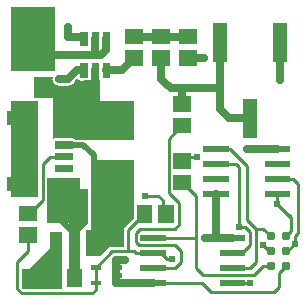
<source format=gbr>
G04 start of page 2 for group 0 idx 0 *
G04 Title: (unknown), top *
G04 Creator: pcb 4.0.2 *
G04 CreationDate: Mon Feb 22 18:20:50 2021 UTC *
G04 For: ndholmes *
G04 Format: Gerber/RS-274X *
G04 PCB-Dimensions (mil): 1800.00 1200.00 *
G04 PCB-Coordinate-Origin: lower left *
%MOIN*%
%FSLAX25Y25*%
%LNTOP*%
%ADD19C,0.0390*%
%ADD18C,0.0120*%
%ADD17C,0.0240*%
%ADD16C,0.0310*%
%ADD15C,0.0250*%
%ADD14C,0.0200*%
%ADD13C,0.0100*%
%ADD12C,0.0350*%
%ADD11C,0.0001*%
G54D11*G36*
X12000Y76500D02*X21000D01*
Y44500D01*
X12000D01*
Y76500D01*
G37*
G36*
X29000Y14000D02*X15838D01*
X15500Y14338D01*
Y20500D01*
X29000D01*
Y14000D01*
G37*
G36*
X19500Y84500D02*X25806D01*
X25771Y84353D01*
X25743Y84000D01*
X25771Y83647D01*
X25854Y83303D01*
X25989Y82975D01*
X26174Y82673D01*
X26404Y82404D01*
X26673Y82174D01*
X26975Y81989D01*
X27303Y81854D01*
X27647Y81771D01*
X28000Y81750D01*
X31000D01*
X31353Y81771D01*
X31697Y81854D01*
X32025Y81989D01*
X32327Y82174D01*
X32596Y82404D01*
X32826Y82673D01*
X33011Y82975D01*
X33107Y83208D01*
X34071Y84172D01*
X34086Y84112D01*
X34146Y83966D01*
X34228Y83832D01*
X34330Y83712D01*
X34450Y83610D01*
X34584Y83528D01*
X34730Y83468D01*
X34883Y83431D01*
X35040Y83422D01*
X37000Y83428D01*
Y77500D01*
X19500D01*
Y84500D01*
G37*
G36*
X29000Y18000D02*X25000D01*
Y33000D01*
X29000D01*
Y18000D01*
G37*
G36*
X53000Y76500D02*Y63500D01*
X36957D01*
X36883Y63546D01*
X36621Y63654D01*
X36345Y63720D01*
X36063Y63743D01*
X35992Y63737D01*
X33337D01*
X33260Y63827D01*
X33141Y63930D01*
X33006Y64012D01*
X32861Y64072D01*
X32708Y64109D01*
X32551Y64118D01*
X26292Y64109D01*
X26139Y64072D01*
X26000Y64014D01*
Y76500D01*
X53000D01*
G37*
G36*
X30113Y36000D02*X24000D01*
Y51000D01*
X35000D01*
Y41710D01*
X34890Y41716D01*
X30953Y41707D01*
X30800Y41670D01*
X30655Y41610D01*
X30520Y41528D01*
X30401Y41425D01*
X30298Y41306D01*
X30216Y41171D01*
X30156Y41026D01*
X30119Y40873D01*
X30110Y40716D01*
X30113Y36000D01*
G37*
G36*
X53000Y57000D02*Y42293D01*
X52987Y42262D01*
X52950Y42109D01*
X52941Y41952D01*
X52948Y37655D01*
X49981Y34688D01*
X49936Y34650D01*
X49783Y34470D01*
X49659Y34269D01*
X49569Y34051D01*
X49514Y33821D01*
X49514Y33821D01*
X49495Y33586D01*
X49500Y33527D01*
Y28000D01*
X45548D01*
X45479Y28004D01*
X45309Y27989D01*
X45265Y27986D01*
X45255Y27984D01*
X45244Y27983D01*
X45140Y27956D01*
X45035Y27931D01*
X45025Y27927D01*
X45015Y27924D01*
X44916Y27882D01*
X44817Y27841D01*
X44808Y27835D01*
X44798Y27831D01*
X44707Y27773D01*
X44616Y27717D01*
X44608Y27711D01*
X44599Y27705D01*
X44566Y27675D01*
X44436Y27564D01*
X44391Y27511D01*
X41948Y25000D01*
X37000D01*
Y33500D01*
X38500D01*
Y57000D01*
X38503D01*
X38680Y56891D01*
X38942Y56783D01*
X39218Y56717D01*
X39500Y56694D01*
X39782Y56717D01*
X40058Y56783D01*
X40320Y56891D01*
X40497Y57000D01*
X53000D01*
G37*
G36*
X26594Y29063D02*X26500D01*
Y19500D01*
X18000D01*
Y20500D01*
X18031D01*
X26594Y29063D01*
G37*
G36*
X37000Y78000D02*Y75000D01*
X26000D01*
Y78000D01*
X37000D01*
G37*
G36*
X24000Y84500D02*X25806D01*
X25771Y84353D01*
X25743Y84000D01*
X25771Y83647D01*
X25854Y83303D01*
X25989Y82975D01*
X26174Y82673D01*
X26404Y82404D01*
X26673Y82174D01*
X26975Y81989D01*
X27303Y81854D01*
X27647Y81771D01*
X28000Y81750D01*
X31000D01*
X31353Y81771D01*
X31697Y81854D01*
X32025Y81989D01*
X32327Y82174D01*
X32596Y82404D01*
X32826Y82673D01*
X33011Y82975D01*
X33107Y83208D01*
X34071Y84172D01*
X34086Y84112D01*
X34146Y83966D01*
X34228Y83832D01*
X34330Y83712D01*
X34450Y83610D01*
X34584Y83528D01*
X34730Y83468D01*
X34883Y83431D01*
X35040Y83422D01*
X37637Y83431D01*
X37790Y83468D01*
X37936Y83528D01*
X38070Y83610D01*
X38130Y83661D01*
X38190Y83610D01*
X38324Y83528D01*
X38470Y83468D01*
X38623Y83431D01*
X38780Y83422D01*
X41377Y83431D01*
X41500Y83460D01*
Y77500D01*
X24000D01*
Y84500D01*
G37*
G36*
X41500Y78500D02*Y75500D01*
X30500D01*
Y78500D01*
X41500D01*
G37*
G36*
X12000Y108000D02*X26500D01*
Y86500D01*
X12000D01*
Y108000D01*
G37*
G54D12*X33000Y32921D02*Y17500D01*
G54D13*X40150Y13650D02*Y21050D01*
X40200Y21100D01*
X45500Y26500D02*X40150Y21000D01*
X14000Y14000D02*X15500Y12500D01*
X14000Y23000D02*Y14000D01*
Y23000D02*X17500Y26500D01*
Y31957D01*
X22500Y55500D02*Y43500D01*
X17500Y38500D01*
X40200Y13700D02*X39000Y12500D01*
X15500D01*
X29500Y58000D02*X25000D01*
X22500Y55500D01*
G54D14*X29500Y61937D02*X36063D01*
X39500Y58500D01*
Y51500D01*
G54D15*X81500Y96098D02*Y80902D01*
Y83000D02*Y74000D01*
X101500Y83500D02*Y96098D01*
X81500Y80902D02*X65098D01*
X76400Y91000D02*X71043D01*
X71000Y90957D01*
X81500Y74000D02*X84500Y71000D01*
X91402D01*
X91500Y70902D01*
X100750Y60500D02*X90500D01*
G54D13*X80250Y55500D02*X87000D01*
X88000Y54500D01*
X85000Y60500D02*X90500Y55000D01*
X80250Y60500D02*X85000D01*
X69000Y68457D02*X64500Y63957D01*
X74000Y58000D02*X70957D01*
X64500Y63957D02*Y46000D01*
G54D15*X62000Y84000D02*X64000Y82000D01*
X65098Y80902D02*X63250Y82750D01*
X69000Y75000D02*Y80902D01*
X53000Y98043D02*X71000D01*
X62000Y90957D02*Y84000D01*
X53000Y90957D02*X48866Y86823D01*
X43740D01*
X42000Y92000D02*X43740Y93740D01*
Y97177D01*
X28000Y84000D02*X31000D01*
X36260Y86823D02*X33823D01*
X31000Y84000D01*
Y101200D02*Y98000D01*
X36260D01*
X40000Y86823D02*Y81000D01*
X24500Y92000D02*X42000D01*
X40000Y97177D02*Y92000D01*
G54D13*X88000Y54500D02*Y38000D01*
X90500Y55000D02*Y39500D01*
X100750Y50500D02*X106000D01*
X90500Y40000D02*Y37000D01*
X100750Y45500D02*Y42250D01*
X93500Y34000D02*X90500Y37000D01*
X93500Y34000D02*X96000D01*
X98500Y31500D01*
X100750Y42250D02*X102250Y40750D01*
X106000Y50500D02*X107000Y49500D01*
X107500Y49000D02*X106500Y50000D01*
X105000Y38000D02*X101750Y41250D01*
X105200Y33200D02*Y37800D01*
X104550Y38450D01*
X106500Y31500D02*X107500Y32500D01*
Y49000D01*
X103500Y31500D02*X105200Y33200D01*
X103500Y26500D02*X104000D01*
X106500Y29000D01*
Y31500D01*
X103500Y21600D02*X101100Y19200D01*
Y14600D01*
X93800Y13000D02*X99500D01*
X101100Y14600D01*
Y16400D01*
X96000Y21500D02*X98500D01*
Y26500D02*X98000D01*
X96000Y28500D01*
X73500Y21000D02*X76000Y18500D01*
X80500D01*
X78000D02*X93000D01*
X96000Y21500D01*
X85750Y21000D02*X91500D01*
X93500Y23000D01*
X75500Y16000D02*X78500Y13000D01*
X97500D01*
X91500Y16000D02*X85750D01*
X88000Y34500D02*Y39000D01*
Y34500D02*X90000D01*
X91500Y33000D01*
X93500Y23000D02*Y34000D01*
X85750Y26000D02*X89000D01*
X91500Y28500D01*
Y33000D01*
G54D15*X76500Y31000D02*X85750D01*
X80250Y45500D02*Y31250D01*
X80000Y31000D01*
G54D13*X73500Y29500D02*Y21000D01*
Y28000D02*Y45000D01*
X69000Y49457D01*
X68000Y42500D02*Y35500D01*
X59250Y21000D02*X66500D01*
X62000Y26000D02*X64000Y24000D01*
X65500D01*
X64500Y31000D02*X73500D01*
X66500Y28500D02*X68500Y26500D01*
Y23000D01*
X66500Y21000D01*
X68000Y35500D02*X66500Y34000D01*
X58000Y16000D02*X75500D01*
G54D15*X59250D02*X47200D01*
X47000D02*Y23500D01*
X50000D01*
G54D13*X45500Y26500D02*X53000D01*
X51000D02*Y33586D01*
X53000Y26500D02*X53500Y26000D01*
X51000Y33586D02*X56414Y39000D01*
X59250Y31000D02*X65500D01*
X66500Y34000D02*X55000D01*
X66500Y28500D02*X54500D01*
X55000Y34000D02*X53500Y32500D01*
Y29500D01*
X54500Y28500D01*
X53500Y26000D02*X59250D01*
X56500Y45000D02*X61000D01*
X62500Y43500D01*
Y39000D01*
X68000Y42500D02*X64500Y46000D01*
G54D11*G36*
X66048Y71016D02*Y65898D01*
X71952D01*
Y71016D01*
X66048D01*
G37*
G36*
X93842Y77398D02*X89158D01*
Y64405D01*
X93842D01*
Y77398D01*
G37*
G36*
X76000Y61500D02*Y59500D01*
X84500D01*
Y61500D01*
X76000D01*
G37*
G36*
Y56500D02*Y54500D01*
X84500D01*
Y56500D01*
X76000D01*
G37*
G36*
Y51500D02*Y49500D01*
X84500D01*
Y51500D01*
X76000D01*
G37*
G36*
Y46500D02*Y44500D01*
X84500D01*
Y46500D01*
X76000D01*
G37*
G36*
X66048Y52016D02*Y46898D01*
X71952D01*
Y52016D01*
X66048D01*
G37*
G36*
Y59102D02*Y53984D01*
X71952D01*
Y59102D01*
X66048D01*
G37*
G36*
X26449Y67055D02*Y64693D01*
X32551D01*
Y67055D01*
X26449D01*
G37*
G36*
Y63118D02*Y60756D01*
X32551D01*
Y63118D01*
X26449D01*
G37*
G36*
Y59181D02*Y56819D01*
X32551D01*
Y59181D01*
X26449D01*
G37*
G36*
Y55244D02*Y52882D01*
X32551D01*
Y55244D01*
X26449D01*
G37*
G36*
X10701Y73354D02*Y68630D01*
X17787D01*
Y73354D01*
X10701D01*
G37*
G36*
X52650Y76142D02*X46350D01*
Y63543D01*
X52650D01*
Y76142D01*
G37*
G36*
X19548Y91602D02*Y86484D01*
X25452D01*
Y91602D01*
X19548D01*
G37*
G36*
Y84516D02*Y79398D01*
X25452D01*
Y84516D01*
X19548D01*
G37*
G36*
X50048Y93516D02*Y88398D01*
X55952D01*
Y93516D01*
X50048D01*
G37*
G36*
Y100602D02*Y95484D01*
X55952D01*
Y100602D01*
X50048D01*
G37*
G36*
X44960Y99578D02*X42520D01*
Y94776D01*
X44960D01*
Y99578D01*
G37*
G36*
X41220D02*X38780D01*
Y94776D01*
X41220D01*
Y99578D01*
G37*
G36*
X37480D02*X35040D01*
Y94776D01*
X37480D01*
Y99578D01*
G37*
G36*
Y89224D02*X35040D01*
Y84422D01*
X37480D01*
Y89224D01*
G37*
G36*
X41220D02*X38780D01*
Y84422D01*
X41220D01*
Y89224D01*
G37*
G36*
X44960D02*X42520D01*
Y84422D01*
X44960D01*
Y89224D01*
G37*
G36*
X52650Y56457D02*X46350D01*
Y43858D01*
X52650D01*
Y56457D01*
G37*
G36*
X28516Y20452D02*X23398D01*
Y14548D01*
X28516D01*
Y20452D01*
G37*
G36*
X28984Y33000D02*X25204D01*
Y25126D01*
X28984D01*
Y33000D01*
G37*
G36*
X35602Y20452D02*X30484D01*
Y14548D01*
X35602D01*
Y20452D01*
G37*
G36*
X34890Y40716D02*X31110D01*
Y25126D01*
X34890D01*
Y40716D01*
G37*
G36*
X37725Y47175D02*X28275D01*
Y35835D01*
X37725D01*
Y47175D01*
G37*
G36*
X29695Y37255D02*X28275Y35835D01*
X31115Y32995D01*
X32535Y34415D01*
X29695Y37255D01*
G37*
G36*
X37725Y35835D02*X36305Y37255D01*
X33465Y34415D01*
X34885Y32995D01*
X37725Y35835D01*
G37*
G36*
X40796Y33000D02*X37016D01*
Y25126D01*
X40796D01*
Y33000D01*
G37*
G36*
X10701Y51307D02*Y46583D01*
X17787D01*
Y51307D01*
X10701D01*
G37*
G36*
X14548Y41602D02*Y36484D01*
X20452D01*
Y41602D01*
X14548D01*
G37*
G36*
Y34516D02*Y29398D01*
X20452D01*
Y34516D01*
X14548D01*
G37*
G36*
X38450Y21850D02*Y20350D01*
X41950D01*
Y21850D01*
X38450D01*
G37*
G36*
Y16750D02*Y15250D01*
X41950D01*
Y16750D01*
X38450D01*
G37*
G36*
X45450D02*Y15250D01*
X48950D01*
Y16750D01*
X45450D01*
G37*
G36*
Y19250D02*Y17750D01*
X48950D01*
Y19250D01*
X45450D01*
G37*
G36*
Y21850D02*Y20350D01*
X48950D01*
Y21850D01*
X45450D01*
G37*
G36*
X66048Y78102D02*Y72984D01*
X71952D01*
Y78102D01*
X66048D01*
G37*
G36*
X103842Y102594D02*X99158D01*
Y89602D01*
X103842D01*
Y102594D01*
G37*
G36*
X83842D02*X79158D01*
Y89602D01*
X83842D01*
Y102594D01*
G37*
G36*
X59048Y100602D02*Y95484D01*
X64952D01*
Y100602D01*
X59048D01*
G37*
G36*
Y93516D02*Y88398D01*
X64952D01*
Y93516D01*
X59048D01*
G37*
G36*
X68048Y100602D02*Y95484D01*
X73952D01*
Y100602D01*
X68048D01*
G37*
G36*
Y93516D02*Y88398D01*
X73952D01*
Y93516D01*
X68048D01*
G37*
G36*
X55000Y32000D02*Y30000D01*
X63500D01*
Y32000D01*
X55000D01*
G37*
G36*
Y27000D02*Y25000D01*
X63500D01*
Y27000D01*
X55000D01*
G37*
G36*
Y22000D02*Y20000D01*
X63500D01*
Y22000D01*
X55000D01*
G37*
G36*
Y17000D02*Y15000D01*
X63500D01*
Y17000D01*
X55000D01*
G37*
G36*
X59059Y41952D02*X53941D01*
Y36048D01*
X59059D01*
Y41952D01*
G37*
G36*
X66145D02*X61027D01*
Y36048D01*
X66145D01*
Y41952D01*
G37*
G36*
X81500Y17000D02*Y15000D01*
X90000D01*
Y17000D01*
X81500D01*
G37*
G36*
Y22000D02*Y20000D01*
X90000D01*
Y22000D01*
X81500D01*
G37*
G36*
Y27000D02*Y25000D01*
X90000D01*
Y27000D01*
X81500D01*
G37*
G36*
Y32000D02*Y30000D01*
X90000D01*
Y32000D01*
X81500D01*
G37*
G36*
X96500Y46500D02*Y44500D01*
X105000D01*
Y46500D01*
X96500D01*
G37*
G36*
Y51500D02*Y49500D01*
X105000D01*
Y51500D01*
X96500D01*
G37*
G36*
Y56500D02*Y54500D01*
X105000D01*
Y56500D01*
X96500D01*
G37*
G36*
Y61500D02*Y59500D01*
X105000D01*
Y61500D01*
X96500D01*
G37*
G54D16*X98500Y31500D03*
Y26500D03*
Y21500D03*
X103500Y31500D03*
Y26500D03*
Y21500D03*
G54D17*X14000Y95500D03*
Y92000D03*
Y88500D03*
X17500Y95500D03*
Y92000D03*
Y88500D03*
X31000Y98000D03*
X101500Y87000D03*
Y83500D03*
X31000Y101200D03*
X76400Y91000D03*
X33000Y49000D03*
X29500D03*
X26000D03*
Y45500D03*
Y42000D03*
X28000Y84000D03*
X31000D03*
X26000Y38500D03*
X56500Y45000D03*
X21500Y18000D03*
X19500Y16000D03*
X17500Y18000D03*
X47000Y23500D03*
X50000D03*
X40000Y74000D03*
Y70000D03*
Y66000D03*
X94000Y60500D03*
X90500D03*
X79500Y31000D03*
X76500D03*
X88000Y34500D03*
X106500Y29000D03*
X100750Y42250D03*
X65500Y24000D03*
X91500Y16000D03*
X96000Y28500D03*
X74000Y58000D03*
G54D18*G54D19*M02*

</source>
